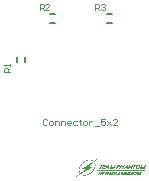
<source format=gto>
G04*
G04 #@! TF.GenerationSoftware,Altium Limited,Altium Designer,19.0.12 (326)*
G04*
G04 Layer_Color=65535*
%FSLAX25Y25*%
%MOIN*%
G70*
G01*
G75*
%ADD10C,0.00787*%
%ADD11C,0.00394*%
G36*
X129044Y106854D02*
X129063D01*
X129085Y106851D01*
X129119Y106849D01*
X129157Y106846D01*
X129201Y106840D01*
X129254Y106835D01*
X129310Y106826D01*
X129370Y106815D01*
X129437Y106801D01*
X129506Y106785D01*
X129576Y106765D01*
X129650Y106743D01*
X129725Y106718D01*
X129800Y106691D01*
X129875Y106657D01*
X129739Y106455D01*
X129733Y106458D01*
X129722Y106461D01*
X129700Y106469D01*
X129673Y106480D01*
X129636Y106491D01*
X129595Y106505D01*
X129548Y106519D01*
X129495Y106535D01*
X129437Y106549D01*
X129376Y106563D01*
X129310Y106577D01*
X129243Y106591D01*
X129099Y106610D01*
X129027Y106619D01*
X128952Y106621D01*
X128847D01*
X128805Y106619D01*
X128756D01*
X128700Y106613D01*
X128642Y106610D01*
X128578Y106602D01*
X128509Y106597D01*
X128440Y106585D01*
X128290Y106558D01*
X128213Y106541D01*
X128135Y106522D01*
X128130D01*
X128116Y106516D01*
X128094Y106511D01*
X128063Y106500D01*
X128027Y106488D01*
X127983Y106475D01*
X127933Y106455D01*
X127877Y106436D01*
X127817Y106414D01*
X127753Y106389D01*
X127684Y106361D01*
X127614Y106331D01*
X127468Y106261D01*
X127315Y106181D01*
X127310Y106178D01*
X127296Y106170D01*
X127274Y106159D01*
X127246Y106139D01*
X127207Y106117D01*
X127166Y106089D01*
X127116Y106056D01*
X127060Y106020D01*
X127002Y105979D01*
X126938Y105934D01*
X126869Y105885D01*
X126800Y105832D01*
X126728Y105777D01*
X126653Y105716D01*
X126578Y105652D01*
X126501Y105585D01*
X126498Y105583D01*
X126487Y105572D01*
X126470Y105555D01*
X126448Y105530D01*
X126423Y105502D01*
X126390Y105466D01*
X126354Y105425D01*
X126315Y105380D01*
X126274Y105331D01*
X126229Y105275D01*
X126182Y105217D01*
X126135Y105153D01*
X126085Y105087D01*
X126035Y105018D01*
X125986Y104946D01*
X125936Y104871D01*
X125933Y104868D01*
X125925Y104854D01*
X125914Y104835D01*
X125897Y104807D01*
X125877Y104774D01*
X125858Y104735D01*
X125833Y104691D01*
X125805Y104638D01*
X125778Y104585D01*
X125750Y104525D01*
X125720Y104464D01*
X125692Y104397D01*
X125637Y104259D01*
X125587Y104114D01*
Y104109D01*
X125581Y104098D01*
X125576Y104076D01*
X125567Y104045D01*
X125559Y104009D01*
X125548Y103968D01*
X125537Y103918D01*
X125526Y103863D01*
X125515Y103802D01*
X125501Y103735D01*
X125490Y103663D01*
X125481Y103591D01*
X125470Y103511D01*
X125465Y103430D01*
X125454Y103261D01*
Y103259D01*
X125457Y103247D01*
X125459Y103231D01*
X125462Y103209D01*
X125468Y103181D01*
X125473Y103151D01*
X125481Y103112D01*
X125490Y103070D01*
X125504Y103023D01*
X125515Y102971D01*
X125531Y102918D01*
X125548Y102860D01*
X125567Y102799D01*
X125590Y102735D01*
X125642Y102602D01*
X125509Y102508D01*
X125404Y102533D01*
X125401Y102536D01*
X125396Y102547D01*
X125387Y102566D01*
X125379Y102588D01*
X125365Y102619D01*
X125351Y102655D01*
X125335Y102696D01*
X125321Y102746D01*
X125304Y102799D01*
X125290Y102854D01*
X125274Y102918D01*
X125263Y102984D01*
X125249Y103054D01*
X125241Y103128D01*
X125235Y103209D01*
X125232Y103289D01*
Y103295D01*
Y103306D01*
Y103328D01*
X125229Y103356D01*
Y103392D01*
X125232Y103433D01*
Y103480D01*
X125238Y103533D01*
X125241Y103591D01*
X125249Y103655D01*
X125257Y103721D01*
X125268Y103793D01*
X125282Y103868D01*
X125299Y103943D01*
X125318Y104023D01*
X125340Y104103D01*
X125343Y104109D01*
X125346Y104123D01*
X125354Y104148D01*
X125365Y104178D01*
X125382Y104217D01*
X125398Y104264D01*
X125420Y104317D01*
X125443Y104375D01*
X125470Y104439D01*
X125501Y104508D01*
X125537Y104580D01*
X125573Y104655D01*
X125614Y104732D01*
X125659Y104813D01*
X125709Y104893D01*
X125758Y104976D01*
X125761Y104982D01*
X125769Y104995D01*
X125783Y105015D01*
X125803Y105045D01*
X125828Y105078D01*
X125858Y105120D01*
X125891Y105167D01*
X125930Y105217D01*
X125975Y105270D01*
X126019Y105328D01*
X126072Y105386D01*
X126124Y105447D01*
X126182Y105508D01*
X126240Y105569D01*
X126304Y105630D01*
X126371Y105688D01*
X126376Y105693D01*
X126390Y105707D01*
X126412Y105729D01*
X126445Y105760D01*
X126484Y105796D01*
X126529Y105838D01*
X126581Y105885D01*
X126639Y105934D01*
X126703Y105990D01*
X126772Y106045D01*
X126844Y106103D01*
X126922Y106162D01*
X126999Y106220D01*
X127083Y106275D01*
X127166Y106331D01*
X127252Y106380D01*
X127257Y106383D01*
X127271Y106392D01*
X127296Y106405D01*
X127326Y106422D01*
X127368Y106441D01*
X127415Y106466D01*
X127468Y106491D01*
X127529Y106519D01*
X127592Y106549D01*
X127661Y106580D01*
X127736Y106610D01*
X127814Y106641D01*
X127891Y106668D01*
X127974Y106699D01*
X128058Y106724D01*
X128143Y106749D01*
X128149Y106752D01*
X128163Y106754D01*
X128188Y106760D01*
X128221Y106768D01*
X128262Y106776D01*
X128310Y106788D01*
X128365Y106799D01*
X128426Y106810D01*
X128492Y106818D01*
X128562Y106829D01*
X128637Y106837D01*
X128714Y106846D01*
X128877Y106854D01*
X128961Y106857D01*
X129044Y106854D01*
D02*
G37*
G36*
X140063Y103729D02*
X139694D01*
X139888Y104297D01*
X139351D01*
X139157Y103729D01*
X138910D01*
X138811Y103790D01*
X139282Y105178D01*
X139650D01*
X139462Y104630D01*
X139999D01*
X140187Y105178D01*
X140556D01*
X140063Y103729D01*
D02*
G37*
G36*
X142982D02*
X142636D01*
X142367Y104716D01*
X142032Y103729D01*
X141669D01*
X142162Y105178D01*
X142500D01*
X142786Y104214D01*
X143113Y105178D01*
X143475D01*
X142982Y103729D01*
D02*
G37*
G36*
X138811Y105175D02*
X138830D01*
X138849Y105173D01*
X138897Y105164D01*
X138949Y105150D01*
X138999Y105131D01*
X139046Y105103D01*
X139066Y105087D01*
X139082Y105067D01*
X139085Y105062D01*
X139093Y105048D01*
X139104Y105020D01*
X139115Y104984D01*
X139124Y104940D01*
Y104885D01*
X139121Y104851D01*
X139115Y104818D01*
X139107Y104782D01*
X139096Y104743D01*
Y104741D01*
X139093Y104732D01*
X139088Y104721D01*
X139082Y104704D01*
X139071Y104685D01*
X139060Y104663D01*
X139032Y104610D01*
X138994Y104552D01*
X138944Y104491D01*
X138916Y104461D01*
X138885Y104430D01*
X138849Y104403D01*
X138813Y104375D01*
X138811Y104372D01*
X138805Y104369D01*
X138791Y104361D01*
X138775Y104353D01*
X138755Y104342D01*
X138728Y104328D01*
X138700Y104314D01*
X138664Y104300D01*
X138625Y104283D01*
X138581Y104270D01*
X138534Y104253D01*
X138481Y104239D01*
X138426Y104225D01*
X138365Y104211D01*
X138301Y104200D01*
X138232Y104189D01*
X138301Y104519D01*
X138304D01*
X138309Y104522D01*
X138320D01*
X138337Y104527D01*
X138354Y104530D01*
X138373Y104533D01*
X138420Y104544D01*
X138470Y104558D01*
X138520Y104572D01*
X138564Y104588D01*
X138586Y104599D01*
X138603Y104608D01*
X138606Y104610D01*
X138617Y104616D01*
X138631Y104630D01*
X138650Y104644D01*
X138667Y104663D01*
X138686Y104685D01*
X138703Y104710D01*
X138714Y104738D01*
Y104741D01*
X138716Y104746D01*
X138719Y104757D01*
X138722Y104771D01*
Y104796D01*
Y104807D01*
X138716Y104818D01*
X138714Y104821D01*
X138703Y104829D01*
X138692Y104835D01*
X138681Y104838D01*
X138664Y104840D01*
X138373D01*
X137996Y103729D01*
X137750D01*
X137647Y103790D01*
X138118Y105178D01*
X138797D01*
X138811Y105175D01*
D02*
G37*
G36*
X147176Y103729D02*
X146830D01*
X147143Y104652D01*
X146564Y103729D01*
X146276D01*
X146320Y104652D01*
X146007Y103729D01*
X145661D01*
X146154Y105178D01*
X146506D01*
X146575Y104173D01*
X147320Y105178D01*
X147666D01*
X147176Y103729D01*
D02*
G37*
G36*
X137049D02*
X136700D01*
X137013Y104652D01*
X136440Y103729D01*
X136146D01*
X136196Y104652D01*
X135883Y103729D01*
X135653D01*
X135550Y103790D01*
X136024Y105178D01*
X136381D01*
X136445Y104173D01*
X137196Y105178D01*
X137542D01*
X137049Y103729D01*
D02*
G37*
G36*
X135492D02*
X135121D01*
X135093Y104092D01*
X134634D01*
X134844Y104422D01*
X135096D01*
X135082Y104807D01*
X134315Y103729D01*
X133969D01*
X133973Y103743D01*
X133963Y103729D01*
X132924D01*
X133417Y105178D01*
X134451D01*
X134431Y105120D01*
X134337Y104849D01*
X133672D01*
X133598Y104630D01*
X134235D01*
X134121Y104292D01*
X133478D01*
X133401Y104062D01*
X134082D01*
X133973Y103743D01*
X135041Y105178D01*
X135384D01*
X135492Y103729D01*
D02*
G37*
G36*
X144600Y105120D02*
X144509Y104849D01*
X144129D01*
X143750Y103729D01*
X143381D01*
X143761Y104849D01*
X143378D01*
X143492Y105178D01*
X144619D01*
X144600Y105120D01*
D02*
G37*
G36*
X141630Y103729D02*
X141268D01*
X141234Y104092D01*
X140775D01*
X140991Y104422D01*
X141240D01*
X141221Y104807D01*
X140489Y103779D01*
X140453Y103760D01*
X140102Y103729D01*
X141179Y105178D01*
X141525D01*
X141630Y103729D01*
D02*
G37*
G36*
X133381Y105120D02*
X133290Y104849D01*
X132905D01*
X132526Y103729D01*
X132157D01*
X132537Y104849D01*
X132154D01*
X132268Y105178D01*
X133401D01*
X133381Y105120D01*
D02*
G37*
G36*
X145384Y105186D02*
X145412Y105184D01*
X145445Y105178D01*
X145481Y105173D01*
X145520Y105164D01*
X145558Y105156D01*
X145597Y105142D01*
X145639Y105128D01*
X145677Y105109D01*
X145713Y105087D01*
X145747Y105062D01*
X145774Y105031D01*
X145799Y104998D01*
Y104995D01*
X145805Y104990D01*
X145810Y104979D01*
X145816Y104962D01*
X145822Y104943D01*
X145830Y104921D01*
X145835Y104890D01*
X145844Y104860D01*
X145846Y104824D01*
X145849Y104782D01*
Y104738D01*
X145846Y104688D01*
X145841Y104635D01*
X145830Y104577D01*
X145813Y104516D01*
X145794Y104450D01*
Y104447D01*
X145788Y104433D01*
X145780Y104417D01*
X145772Y104392D01*
X145758Y104361D01*
X145741Y104328D01*
X145725Y104289D01*
X145702Y104247D01*
X145677Y104203D01*
X145650Y104159D01*
X145622Y104114D01*
X145589Y104070D01*
X145553Y104023D01*
X145514Y103982D01*
X145473Y103940D01*
X145428Y103904D01*
X145425Y103901D01*
X145417Y103896D01*
X145403Y103887D01*
X145384Y103876D01*
X145362Y103860D01*
X145331Y103846D01*
X145298Y103829D01*
X145262Y103813D01*
X145220Y103793D01*
X145173Y103777D01*
X145124Y103763D01*
X145071Y103749D01*
X145013Y103735D01*
X144955Y103727D01*
X144891Y103721D01*
X144824Y103718D01*
X144791D01*
X144769Y103721D01*
X144741Y103724D01*
X144708Y103729D01*
X144675Y103735D01*
X144636Y103741D01*
X144558Y103763D01*
X144520Y103779D01*
X144481Y103796D01*
X144448Y103818D01*
X144414Y103843D01*
X144384Y103871D01*
X144359Y103904D01*
Y103907D01*
X144353Y103912D01*
X144348Y103923D01*
X144342Y103940D01*
X144337Y103959D01*
X144331Y103982D01*
X144323Y104009D01*
X144320Y104042D01*
X144317Y104078D01*
Y104120D01*
X144320Y104164D01*
X144328Y104211D01*
X144340Y104264D01*
X144353Y104322D01*
X144376Y104383D01*
X144403Y104447D01*
X144342Y104450D01*
X144345Y104455D01*
X144348Y104466D01*
X144356Y104483D01*
X144365Y104508D01*
X144378Y104538D01*
X144395Y104574D01*
X144414Y104613D01*
X144434Y104655D01*
X144459Y104696D01*
X144486Y104743D01*
X144517Y104788D01*
X144553Y104832D01*
X144589Y104879D01*
X144628Y104921D01*
X144672Y104962D01*
X144716Y104998D01*
X144719Y105001D01*
X144727Y105007D01*
X144741Y105015D01*
X144761Y105029D01*
X144786Y105043D01*
X144816Y105059D01*
X144849Y105076D01*
X144888Y105095D01*
X144930Y105112D01*
X144977Y105128D01*
X145027Y105145D01*
X145079Y105159D01*
X145137Y105173D01*
X145198Y105181D01*
X145259Y105186D01*
X145326Y105189D01*
X145359D01*
X145384Y105186D01*
D02*
G37*
G36*
X147229Y103048D02*
X131246D01*
X131304Y103225D01*
X131406Y103253D01*
X147309Y103284D01*
X147229Y103048D01*
D02*
G37*
G36*
X139800Y102760D02*
X139822Y102757D01*
X139844Y102752D01*
X139891Y102738D01*
X139894D01*
X139902Y102732D01*
X139913Y102727D01*
X139930Y102718D01*
X139949Y102705D01*
X139969Y102688D01*
X139991Y102669D01*
X140013Y102644D01*
X139847Y102472D01*
X139844Y102475D01*
X139836Y102478D01*
X139822Y102483D01*
X139805Y102491D01*
X139769Y102505D01*
X139752Y102511D01*
X139736Y102516D01*
X139733D01*
X139730Y102519D01*
X139711Y102524D01*
X139689Y102530D01*
X139661Y102533D01*
X139653D01*
X139645Y102530D01*
X139633Y102527D01*
X139631D01*
X139625Y102524D01*
X139614Y102522D01*
X139603Y102514D01*
X139600Y102511D01*
X139597Y102505D01*
X139595Y102500D01*
X139592Y102494D01*
X139586Y102486D01*
Y102480D01*
X139584Y102472D01*
X139586Y102469D01*
X139589Y102458D01*
X139592Y102455D01*
X139597Y102453D01*
X139600D01*
X139606Y102450D01*
X139617Y102447D01*
X139631Y102444D01*
X139633D01*
X139639Y102442D01*
X139658Y102436D01*
X139700D01*
X139708Y102433D01*
X139722D01*
X139736Y102428D01*
X139772Y102419D01*
X139808Y102403D01*
X139811D01*
X139813Y102397D01*
X139830Y102386D01*
X139849Y102367D01*
X139866Y102339D01*
Y102336D01*
X139869Y102331D01*
X139874Y102322D01*
X139877Y102311D01*
X139885Y102284D01*
X139888Y102250D01*
Y102248D01*
Y102242D01*
Y102234D01*
X139885Y102223D01*
X139883Y102192D01*
X139872Y102159D01*
Y102156D01*
X139869Y102153D01*
X139863Y102137D01*
X139852Y102112D01*
X139836Y102081D01*
X139813Y102048D01*
X139786Y102015D01*
X139752Y101982D01*
X139714Y101951D01*
X139708Y101948D01*
X139694Y101940D01*
X139672Y101929D01*
X139642Y101918D01*
X139603Y101904D01*
X139559Y101893D01*
X139509Y101885D01*
X139453Y101882D01*
X139437D01*
X139417Y101885D01*
X139395D01*
X139367Y101888D01*
X139340Y101893D01*
X139282Y101910D01*
X139279Y101912D01*
X139270Y101915D01*
X139257Y101924D01*
X139240Y101937D01*
X139221Y101954D01*
X139201Y101979D01*
X139179Y102007D01*
X139160Y102040D01*
X139340Y102192D01*
X139342Y102189D01*
X139351Y102184D01*
X139362Y102175D01*
X139378Y102164D01*
X139412Y102142D01*
X139428Y102131D01*
X139442Y102126D01*
X139445D01*
X139451Y102123D01*
X139459D01*
X139476Y102120D01*
X139495Y102117D01*
X139520D01*
X139553Y102115D01*
X139589D01*
X139572Y102101D01*
X139559Y102090D01*
X139556Y102087D01*
X139553Y102084D01*
X139592Y102115D01*
X139589D01*
X139606Y102126D01*
X139608Y102128D01*
X139617Y102134D01*
X139628Y102145D01*
X139636Y102159D01*
Y102162D01*
X139639Y102167D01*
Y102175D01*
X139636Y102184D01*
Y102187D01*
X139631Y102189D01*
X139620Y102195D01*
X139603Y102200D01*
X139572D01*
X139553Y102203D01*
X139548D01*
X139536Y102206D01*
X139523Y102211D01*
X139506Y102214D01*
X139498D01*
X139487Y102217D01*
X139473Y102220D01*
X139442Y102231D01*
X139412Y102245D01*
X139409D01*
X139406Y102250D01*
X139392Y102261D01*
X139376Y102278D01*
X139362Y102300D01*
Y102303D01*
X139356Y102308D01*
X139354Y102317D01*
X139348Y102328D01*
X139337Y102353D01*
X139334Y102369D01*
X139331Y102386D01*
Y102389D01*
Y102394D01*
X139334Y102403D01*
Y102417D01*
X139340Y102447D01*
X139351Y102486D01*
Y102489D01*
X139354Y102497D01*
X139359Y102508D01*
X139367Y102524D01*
X139384Y102561D01*
X139406Y102599D01*
X139409Y102602D01*
X139412Y102608D01*
X139420Y102619D01*
X139431Y102630D01*
X139448Y102644D01*
X139464Y102660D01*
X139484Y102674D01*
X139506Y102691D01*
X139509Y102693D01*
X139514Y102696D01*
X139525Y102702D01*
X139539Y102710D01*
X139556Y102718D01*
X139575Y102729D01*
X139620Y102743D01*
X139622D01*
X139631Y102746D01*
X139642Y102749D01*
X139658Y102754D01*
X139678Y102757D01*
X139703Y102760D01*
X139752Y102763D01*
X139780D01*
X139800Y102760D01*
D02*
G37*
G36*
X132249D02*
X132271Y102757D01*
X132296Y102752D01*
X132343Y102738D01*
X132345D01*
X132354Y102732D01*
X132365Y102727D01*
X132381Y102718D01*
X132401Y102705D01*
X132420Y102688D01*
X132442Y102669D01*
X132465Y102644D01*
X132298Y102472D01*
X132296Y102475D01*
X132287Y102478D01*
X132273Y102483D01*
X132257Y102491D01*
X132221Y102505D01*
X132204Y102511D01*
X132188Y102516D01*
X132185D01*
X132182Y102519D01*
X132166Y102522D01*
X132138Y102527D01*
X132107Y102533D01*
X132102D01*
X132096Y102530D01*
X132088Y102527D01*
X132085D01*
X132080Y102524D01*
X132069Y102522D01*
X132057Y102514D01*
X132055D01*
X132049Y102508D01*
X132044Y102502D01*
X132041Y102497D01*
X132035Y102486D01*
X132033Y102483D01*
Y102480D01*
X132035Y102472D01*
X132041Y102458D01*
X132044Y102455D01*
X132049Y102453D01*
X132052D01*
X132057Y102450D01*
X132069Y102447D01*
X132085Y102444D01*
X132088D01*
X132093Y102442D01*
X132110Y102436D01*
X132152D01*
X132160Y102433D01*
X132174D01*
X132188Y102428D01*
X132224Y102419D01*
X132260Y102403D01*
X132262D01*
X132265Y102400D01*
X132282Y102389D01*
X132298Y102375D01*
X132304Y102369D01*
X132309Y102364D01*
X132312Y102361D01*
X132315Y102353D01*
X132321Y102339D01*
X132326Y102325D01*
X132334Y102286D01*
X132340Y102267D01*
Y102250D01*
Y102248D01*
Y102242D01*
Y102234D01*
Y102225D01*
X132334Y102198D01*
X132329Y102173D01*
Y102170D01*
X132326Y102167D01*
X132323Y102159D01*
X132318Y102148D01*
X132304Y102120D01*
X132285Y102087D01*
X132260Y102051D01*
X132232Y102015D01*
X132199Y101982D01*
X132160Y101951D01*
X132154Y101948D01*
X132141Y101940D01*
X132118Y101929D01*
X132088Y101918D01*
X132049Y101904D01*
X132008Y101893D01*
X131958Y101885D01*
X131905Y101882D01*
X131888D01*
X131869Y101885D01*
X131847D01*
X131819Y101888D01*
X131791Y101893D01*
X131733Y101910D01*
X131731Y101912D01*
X131722Y101915D01*
X131708Y101924D01*
X131692Y101937D01*
X131672Y101954D01*
X131650Y101976D01*
X131628Y102004D01*
X131606Y102037D01*
X131797Y102192D01*
X131800Y102189D01*
X131808Y102184D01*
X131816Y102175D01*
X131830Y102164D01*
X131861Y102145D01*
X131877Y102134D01*
X131891Y102128D01*
X131894D01*
X131899Y102126D01*
X131911Y102123D01*
X131924D01*
X131947Y102120D01*
X131974Y102117D01*
X132008Y102115D01*
X132041D01*
X132024Y102101D01*
X132010Y102090D01*
X132008Y102087D01*
X132005Y102084D01*
X132046Y102115D01*
X132041D01*
X132057Y102126D01*
X132060Y102128D01*
X132069Y102134D01*
X132080Y102145D01*
X132088Y102159D01*
Y102162D01*
Y102167D01*
Y102175D01*
X132082Y102184D01*
Y102187D01*
X132077Y102189D01*
X132069Y102195D01*
X132055Y102200D01*
X132027D01*
X132010Y102203D01*
X132005D01*
X131994Y102206D01*
X131977Y102209D01*
X131958Y102214D01*
X131949D01*
X131938Y102217D01*
X131924Y102220D01*
X131894Y102231D01*
X131863Y102245D01*
X131861D01*
X131858Y102250D01*
X131844Y102261D01*
X131825Y102278D01*
X131808Y102300D01*
Y102303D01*
X131805Y102308D01*
X131800Y102317D01*
X131797Y102328D01*
X131786Y102358D01*
X131780Y102389D01*
Y102392D01*
Y102397D01*
Y102405D01*
Y102417D01*
X131786Y102447D01*
X131797Y102486D01*
Y102489D01*
X131803Y102497D01*
X131805Y102508D01*
X131814Y102524D01*
X131833Y102561D01*
X131858Y102599D01*
X131861Y102602D01*
X131866Y102608D01*
X131872Y102619D01*
X131883Y102630D01*
X131913Y102657D01*
X131949Y102685D01*
X131952Y102688D01*
X131960Y102691D01*
X131972Y102699D01*
X131985Y102707D01*
X132002Y102718D01*
X132024Y102727D01*
X132069Y102743D01*
X132071D01*
X132080Y102746D01*
X132093Y102749D01*
X132110Y102754D01*
X132129Y102757D01*
X132152Y102760D01*
X132199Y102763D01*
X132229D01*
X132249Y102760D01*
D02*
G37*
G36*
X146290D02*
X146328Y102754D01*
X146367Y102743D01*
X146370D01*
X146376Y102741D01*
X146384Y102735D01*
X146395Y102729D01*
X146420Y102707D01*
X146445Y102680D01*
X146450Y102674D01*
X146461Y102657D01*
X146473Y102633D01*
X146484Y102599D01*
Y102597D01*
Y102591D01*
X146486Y102577D01*
Y102561D01*
X146484Y102536D01*
X146481Y102502D01*
X146473Y102466D01*
X146464Y102419D01*
X146229D01*
Y102422D01*
Y102430D01*
X146231Y102439D01*
Y102453D01*
Y102475D01*
Y102486D01*
Y102491D01*
Y102494D01*
Y102500D01*
X146229Y102505D01*
X146223Y102514D01*
Y102516D01*
X146218Y102519D01*
X146209Y102522D01*
X146195Y102527D01*
X146193D01*
X146187Y102530D01*
X146182Y102533D01*
X146176D01*
X146171Y102530D01*
X146162Y102527D01*
X146148Y102524D01*
X146135D01*
X146129Y102522D01*
X146124Y102516D01*
X146115Y102511D01*
X146112D01*
X146107Y102505D01*
X146088Y102494D01*
X146085Y102491D01*
X146076Y102483D01*
X146074Y102480D01*
X146068Y102466D01*
X146065Y102464D01*
X146060Y102453D01*
X146052Y102436D01*
X146040Y102414D01*
X146038Y102408D01*
X146035Y102403D01*
X146032Y102392D01*
X146029Y102381D01*
X146024Y102364D01*
X146018Y102347D01*
X146010Y102325D01*
Y102322D01*
X146007Y102314D01*
X146002Y102303D01*
X145999Y102289D01*
X145988Y102259D01*
X145982Y102242D01*
X145979Y102231D01*
Y102225D01*
X145977Y102214D01*
X145974Y102198D01*
X145971Y102178D01*
Y102175D01*
X145968Y102170D01*
X145966Y102164D01*
Y102159D01*
X145968Y102156D01*
X145971Y102148D01*
X145974Y102142D01*
X145982Y102134D01*
X145985D01*
X145988Y102131D01*
X145996Y102123D01*
X145999D01*
X146002Y102120D01*
X146010Y102115D01*
X146038D01*
X146052Y102117D01*
X146068Y102120D01*
X146088Y102128D01*
X146093Y102131D01*
X146099Y102137D01*
X146107Y102145D01*
X146118Y102156D01*
X146132Y102173D01*
X146148Y102192D01*
X146168Y102217D01*
X146398D01*
X146378Y102159D01*
X146376Y102156D01*
X146370Y102145D01*
X146359Y102131D01*
X146348Y102112D01*
X146317Y102070D01*
X146301Y102048D01*
X146284Y102029D01*
X146281Y102026D01*
X146276Y102020D01*
X146267Y102012D01*
X146254Y102001D01*
X146240Y101987D01*
X146220Y101973D01*
X146179Y101943D01*
X146176D01*
X146171Y101937D01*
X146160Y101935D01*
X146146Y101926D01*
X146112Y101912D01*
X146071Y101899D01*
X146068D01*
X146063Y101896D01*
X146049Y101893D01*
X146035Y101890D01*
X146018Y101888D01*
X145996Y101885D01*
X145952Y101882D01*
X145932D01*
X145921Y101885D01*
X145891Y101888D01*
X145860Y101893D01*
X145858D01*
X145855Y101896D01*
X145838Y101904D01*
X145816Y101915D01*
X145788Y101929D01*
Y101932D01*
X145783Y101935D01*
X145772Y101951D01*
X145755Y101968D01*
X145744Y101987D01*
X145741Y101990D01*
X145736Y102001D01*
X145730Y102018D01*
X145719Y102040D01*
Y102043D01*
Y102051D01*
X145716Y102073D01*
Y102076D01*
Y102081D01*
Y102084D01*
X145713Y102081D01*
Y102084D01*
Y102090D01*
Y102103D01*
Y102106D01*
X145716Y102117D01*
Y102126D01*
X145719Y102137D01*
Y102139D01*
X145722Y102153D01*
X145727Y102173D01*
X145736Y102203D01*
Y102206D01*
X145738Y102211D01*
X145741Y102223D01*
X145747Y102236D01*
X145752Y102256D01*
X145758Y102275D01*
X145774Y102325D01*
Y102328D01*
X145777Y102336D01*
X145783Y102350D01*
X145788Y102364D01*
X145802Y102400D01*
X145816Y102439D01*
Y102442D01*
X145819Y102447D01*
X145827Y102466D01*
X145838Y102489D01*
X145846Y102508D01*
X145849Y102514D01*
X145852Y102524D01*
X145860Y102538D01*
X145871Y102555D01*
X145874Y102558D01*
X145882Y102569D01*
X145894Y102583D01*
X145907Y102599D01*
X145910Y102602D01*
X145924Y102616D01*
X145941Y102633D01*
X145966Y102655D01*
X145968Y102657D01*
X145971Y102660D01*
X145991Y102674D01*
X146013Y102691D01*
X146038Y102705D01*
X146040Y102707D01*
X146049Y102710D01*
X146063Y102716D01*
X146076Y102724D01*
X146115Y102741D01*
X146154Y102752D01*
X146157D01*
X146162Y102754D01*
X146173D01*
X146187Y102757D01*
X146218Y102760D01*
X146251Y102763D01*
X146276D01*
X146290Y102760D01*
D02*
G37*
G36*
X136714Y101888D02*
X136478D01*
X136563Y102135D01*
X136456Y101996D01*
X136279D01*
X136266Y102133D01*
X136182Y101888D01*
X135947D01*
X136221Y102699D01*
X136323Y102727D01*
X136451Y102757D01*
X136465Y102272D01*
X136800Y102757D01*
X137010D01*
X136714Y101888D01*
D02*
G37*
G36*
X137553Y102200D02*
Y102198D01*
X137550Y102189D01*
X137545Y102175D01*
X137537Y102159D01*
X137514Y102117D01*
X137484Y102073D01*
X137481Y102070D01*
X137476Y102062D01*
X137467Y102051D01*
X137453Y102037D01*
X137437Y102023D01*
X137420Y102004D01*
X137376Y101968D01*
X137373Y101965D01*
X137365Y101960D01*
X137354Y101954D01*
X137340Y101943D01*
X137320Y101932D01*
X137298Y101921D01*
X137251Y101901D01*
X137248D01*
X137240Y101899D01*
X137226Y101896D01*
X137210Y101893D01*
X137190Y101888D01*
X137165Y101885D01*
X137115Y101882D01*
X137091D01*
X137074Y101885D01*
X137035Y101890D01*
X136996Y101901D01*
X136994D01*
X136988Y101907D01*
X136980Y101910D01*
X136969Y101918D01*
X136941Y101940D01*
X136910Y101971D01*
Y101973D01*
X136905Y101979D01*
X136899Y101987D01*
X136894Y102001D01*
X136883Y102032D01*
X136874Y102070D01*
Y102073D01*
Y102081D01*
Y102092D01*
Y102109D01*
X136877Y102128D01*
X136880Y102151D01*
X136885Y102175D01*
X136894Y102200D01*
X137063Y102699D01*
X137165Y102727D01*
X137320Y102757D01*
X137138Y102217D01*
X137135Y102211D01*
X137132Y102200D01*
X137129Y102184D01*
X137127Y102167D01*
Y102164D01*
X137129Y102156D01*
X137132Y102148D01*
X137138Y102137D01*
X137140Y102134D01*
X137143Y102128D01*
X137149Y102123D01*
X137157Y102117D01*
X137165D01*
X137179Y102115D01*
X137223D01*
X137234Y102117D01*
X137237D01*
X137246Y102123D01*
X137262Y102134D01*
X137268Y102137D01*
X137276Y102145D01*
X137290Y102156D01*
X137301Y102167D01*
X137304Y102170D01*
X137309Y102181D01*
X137318Y102198D01*
X137323Y102217D01*
X137506Y102757D01*
X137744D01*
X137553Y102200D01*
D02*
G37*
G36*
X133656D02*
Y102198D01*
X133650Y102189D01*
X133645Y102175D01*
X133636Y102159D01*
X133614Y102117D01*
X133584Y102073D01*
X133581Y102070D01*
X133575Y102062D01*
X133567Y102051D01*
X133553Y102037D01*
X133539Y102023D01*
X133520Y102004D01*
X133478Y101968D01*
X133476Y101965D01*
X133467Y101960D01*
X133456Y101954D01*
X133440Y101943D01*
X133420Y101932D01*
X133398Y101921D01*
X133351Y101901D01*
X133348D01*
X133340Y101899D01*
X133326Y101896D01*
X133309Y101893D01*
X133290Y101888D01*
X133265Y101885D01*
X133215Y101882D01*
X133190D01*
X133174Y101885D01*
X133135Y101890D01*
X133096Y101901D01*
X133093D01*
X133088Y101907D01*
X133080Y101910D01*
X133069Y101918D01*
X133041Y101940D01*
X133010Y101971D01*
Y101973D01*
X133005Y101979D01*
X133002Y101987D01*
X132996Y102001D01*
X132983Y102032D01*
X132974Y102070D01*
Y102073D01*
Y102081D01*
Y102092D01*
Y102109D01*
X132977Y102128D01*
X132980Y102151D01*
X132985Y102175D01*
X132994Y102200D01*
X133163Y102699D01*
X133265Y102727D01*
X133420Y102757D01*
X133237Y102217D01*
X133235Y102211D01*
X133232Y102200D01*
X133229Y102184D01*
X133226Y102167D01*
Y102164D01*
X133229Y102156D01*
X133237Y102137D01*
X133240Y102134D01*
X133243Y102128D01*
X133248Y102123D01*
X133257Y102117D01*
X133268D01*
X133279Y102115D01*
X133323D01*
X133334Y102117D01*
X133337D01*
X133343Y102123D01*
X133354Y102128D01*
X133368Y102137D01*
X133370Y102139D01*
X133379Y102145D01*
X133390Y102156D01*
X133401Y102167D01*
X133404Y102170D01*
X133409Y102181D01*
X133417Y102198D01*
X133423Y102217D01*
X133609Y102757D01*
X133844D01*
X133656Y102200D01*
D02*
G37*
G36*
X145564Y101888D02*
X145326D01*
X145622Y102757D01*
X145858D01*
X145564Y101888D01*
D02*
G37*
G36*
X145312Y102754D02*
X145345Y102752D01*
X145378Y102741D01*
X145381D01*
X145387Y102738D01*
X145395Y102735D01*
X145406Y102727D01*
X145417Y102718D01*
X145431Y102707D01*
X145448Y102693D01*
X145464Y102677D01*
X145467Y102674D01*
X145473Y102660D01*
X145478Y102652D01*
X145481Y102638D01*
X145486Y102624D01*
X145489Y102605D01*
Y102602D01*
Y102597D01*
X145492Y102585D01*
Y102572D01*
X145489Y102555D01*
X145486Y102536D01*
X145484Y102514D01*
X145475Y102491D01*
X145473Y102486D01*
X145470Y102475D01*
X145461Y102455D01*
X145450Y102433D01*
X145434Y102408D01*
X145417Y102381D01*
X145395Y102353D01*
X145370Y102325D01*
X145367Y102322D01*
X145359Y102314D01*
X145345Y102303D01*
X145328Y102292D01*
X145290Y102264D01*
X145270Y102253D01*
X145251Y102248D01*
X145298Y101888D01*
X145068D01*
X145016Y102206D01*
X144974D01*
X144863Y101888D01*
X144628D01*
X144905Y102699D01*
X145004Y102727D01*
X145276Y102757D01*
X145298D01*
X145312Y102754D01*
D02*
G37*
G36*
X144043Y102760D02*
X144079Y102754D01*
X144118Y102743D01*
X144121D01*
X144126Y102741D01*
X144137Y102735D01*
X144149Y102729D01*
X144176Y102710D01*
X144190Y102696D01*
X144201Y102680D01*
Y102677D01*
X144207Y102674D01*
X144215Y102657D01*
X144224Y102639D01*
X144265Y102757D01*
X144913D01*
X144841Y102538D01*
X144633D01*
X144412Y101888D01*
X144176D01*
X144404Y102559D01*
X144235Y102543D01*
X144237Y102558D01*
Y102574D01*
Y102588D01*
Y102594D01*
Y102597D01*
X144229Y102630D01*
X144224Y102639D01*
X144190Y102538D01*
X144235Y102543D01*
X144234Y102533D01*
X144232Y102502D01*
X144226Y102464D01*
X144215Y102419D01*
X143985D01*
Y102422D01*
Y102428D01*
X143988Y102439D01*
Y102450D01*
Y102472D01*
Y102483D01*
X143985Y102489D01*
Y102491D01*
X143982Y102497D01*
X143971Y102516D01*
X143968Y102519D01*
X143960Y102524D01*
X143949Y102527D01*
X143946D01*
X143941Y102530D01*
X143935Y102533D01*
X143930D01*
X143924Y102530D01*
X143913Y102527D01*
X143902Y102524D01*
X143885D01*
X143880Y102519D01*
X143860Y102508D01*
X143858D01*
X143855Y102505D01*
X143838Y102494D01*
X143835Y102491D01*
X143833Y102489D01*
X143827Y102480D01*
Y102478D01*
X143824Y102475D01*
X143819Y102466D01*
X143810Y102455D01*
X143808Y102447D01*
X143802Y102436D01*
X143799Y102425D01*
X143794Y102414D01*
Y102411D01*
X143791Y102408D01*
X143788Y102400D01*
X143786Y102389D01*
X143777Y102361D01*
X143763Y102325D01*
Y102322D01*
X143761Y102317D01*
X143758Y102306D01*
X143752Y102292D01*
X143741Y102261D01*
X143733Y102234D01*
X143730Y102228D01*
X143727Y102214D01*
X143722Y102198D01*
X143719Y102181D01*
Y102175D01*
Y102162D01*
Y102159D01*
Y102156D01*
Y102151D01*
X143722Y102148D01*
X143725Y102142D01*
X143730Y102134D01*
X143736Y102131D01*
X143744Y102128D01*
X143755Y102123D01*
X143758Y102120D01*
X143761Y102117D01*
X143763Y102115D01*
X143791D01*
X143802Y102117D01*
X143822Y102120D01*
X143841Y102128D01*
X143846Y102131D01*
X143852Y102137D01*
X143863Y102145D01*
X143874Y102156D01*
X143888Y102173D01*
X143905Y102192D01*
X143924Y102217D01*
X144146D01*
X144126Y102159D01*
X144123Y102156D01*
X144118Y102145D01*
X144110Y102131D01*
X144099Y102112D01*
X144071Y102070D01*
X144054Y102048D01*
X144038Y102029D01*
X144035Y102026D01*
X144029Y102020D01*
X144021Y102012D01*
X144007Y102001D01*
X143977Y101973D01*
X143938Y101948D01*
X143935D01*
X143927Y101943D01*
X143916Y101937D01*
X143899Y101929D01*
X143863Y101912D01*
X143819Y101899D01*
X143816D01*
X143810Y101896D01*
X143799Y101893D01*
X143786Y101890D01*
X143750Y101885D01*
X143708Y101882D01*
X143689D01*
X143675Y101885D01*
X143642Y101888D01*
X143611Y101893D01*
X143608D01*
X143605Y101896D01*
X143589Y101904D01*
X143564Y101915D01*
X143539Y101935D01*
X143536Y101940D01*
X143525Y101951D01*
X143511Y101968D01*
X143498Y101984D01*
X143495Y101990D01*
X143486Y102001D01*
X143475Y102023D01*
X143464Y102051D01*
Y102054D01*
Y102059D01*
Y102073D01*
Y102076D01*
Y102079D01*
X143462Y102081D01*
Y102084D01*
Y102090D01*
X143464Y102103D01*
Y102106D01*
X143467Y102117D01*
Y102126D01*
X143470Y102137D01*
Y102142D01*
X143473Y102153D01*
X143478Y102175D01*
X143489Y102206D01*
Y102209D01*
X143492Y102214D01*
X143495Y102225D01*
X143500Y102239D01*
X143506Y102256D01*
X143511Y102278D01*
X143528Y102325D01*
Y102328D01*
X143531Y102336D01*
X143536Y102347D01*
X143542Y102364D01*
X143553Y102400D01*
X143567Y102436D01*
Y102439D01*
X143570Y102444D01*
X143572Y102453D01*
X143578Y102464D01*
X143586Y102489D01*
X143597Y102511D01*
X143600Y102514D01*
X143605Y102522D01*
X143614Y102536D01*
X143622Y102550D01*
X143625Y102552D01*
X143633Y102563D01*
X143644Y102580D01*
X143655Y102599D01*
X143661Y102605D01*
X143675Y102616D01*
X143694Y102635D01*
X143722Y102657D01*
X143725Y102660D01*
X143730Y102663D01*
X143738Y102669D01*
X143747Y102677D01*
X143774Y102693D01*
X143805Y102710D01*
X143808Y102713D01*
X143813Y102716D01*
X143822Y102721D01*
X143835Y102727D01*
X143866Y102741D01*
X143902Y102752D01*
X143905D01*
X143910Y102754D01*
X143921D01*
X143935Y102757D01*
X143968Y102760D01*
X144007Y102763D01*
X144029D01*
X144043Y102760D01*
D02*
G37*
G36*
X143583Y102533D02*
X143218D01*
X143184Y102436D01*
X143498D01*
X143423Y102214D01*
X143107D01*
X143074Y102115D01*
X143442D01*
X143365Y101888D01*
X142761D01*
X143038Y102699D01*
X143137Y102727D01*
X143658Y102757D01*
X143583Y102533D01*
D02*
G37*
G36*
X142434Y102115D02*
X142799D01*
X142722Y101888D01*
X142118D01*
X142395Y102699D01*
X142498Y102727D01*
X142653Y102757D01*
X142434Y102115D01*
D02*
G37*
G36*
X142301Y102533D02*
X141935D01*
X141902Y102436D01*
X142215D01*
X142140Y102214D01*
X141824D01*
X141791Y102115D01*
X142160D01*
X142082Y101888D01*
X141478D01*
X141752Y102699D01*
X141855Y102727D01*
X142376Y102757D01*
X142301Y102533D01*
D02*
G37*
G36*
X141351D02*
X140985D01*
X140949Y102436D01*
X141265D01*
X141190Y102214D01*
X140874D01*
X140841Y102115D01*
X141207D01*
X141129Y101888D01*
X140528D01*
X140802Y102699D01*
X140905Y102727D01*
X141426Y102757D01*
X141351Y102533D01*
D02*
G37*
G36*
X140517Y101888D02*
X140293D01*
X140347Y102081D01*
X140093Y102054D01*
X139980Y101888D01*
X139755D01*
X140342Y102757D01*
X140520D01*
X140517Y101888D01*
D02*
G37*
G36*
X138852D02*
X138625D01*
X138682Y102081D01*
X138426Y102054D01*
X138312Y101888D01*
X138129D01*
X138172Y102012D01*
X138675Y102757D01*
X138855D01*
X138852Y101888D01*
D02*
G37*
G36*
X137836Y102115D02*
X138207D01*
X138172Y102012D01*
X138088Y101888D01*
X137525D01*
X137802Y102699D01*
X137905Y102727D01*
X138052Y102757D01*
X137836Y102115D01*
D02*
G37*
G36*
X135933Y102754D02*
X135963Y102752D01*
X135996Y102741D01*
X135999D01*
X136005Y102738D01*
X136013Y102735D01*
X136021Y102729D01*
X136049Y102716D01*
X136077Y102696D01*
X136080Y102693D01*
X136082Y102691D01*
X136088Y102682D01*
X136093Y102671D01*
X136104Y102644D01*
X136110Y102608D01*
Y102605D01*
Y102599D01*
Y102588D01*
Y102574D01*
Y102558D01*
Y102536D01*
X136102Y102489D01*
X136099Y102483D01*
X136096Y102472D01*
X136088Y102455D01*
X136077Y102433D01*
X136060Y102405D01*
X136044Y102378D01*
X136021Y102350D01*
X135996Y102325D01*
X135994Y102322D01*
X135985Y102314D01*
X135971Y102303D01*
X135955Y102292D01*
X135913Y102264D01*
X135891Y102253D01*
X135869Y102248D01*
X135924Y101888D01*
X135689D01*
X135642Y102206D01*
X135592D01*
X135484Y101888D01*
X135248D01*
X135542Y102757D01*
X135922D01*
X135933Y102754D01*
D02*
G37*
G36*
X134753Y102533D02*
X134387D01*
X134351Y102430D01*
X134667D01*
X134592Y102206D01*
X134276D01*
X134165Y101888D01*
X133930D01*
X134226Y102757D01*
X134827D01*
X134753Y102533D01*
D02*
G37*
G36*
X133105D02*
X132736D01*
X132703Y102430D01*
X133016D01*
X132941Y102206D01*
X132625D01*
X132517Y101888D01*
X132282D01*
X132575Y102757D01*
X133179D01*
X133105Y102533D01*
D02*
G37*
G36*
X135215Y102757D02*
X135248Y102752D01*
X135251D01*
X135257Y102749D01*
X135265Y102746D01*
X135273Y102743D01*
X135298Y102729D01*
X135323Y102707D01*
X135326Y102705D01*
X135337Y102696D01*
X135348Y102680D01*
X135362Y102657D01*
Y102655D01*
X135365Y102652D01*
X135373Y102638D01*
X135381Y102619D01*
X135387Y102599D01*
Y102597D01*
X135390Y102585D01*
X135392Y102572D01*
Y102555D01*
Y102550D01*
Y102538D01*
Y102522D01*
X135390Y102502D01*
Y102500D01*
X135387Y102497D01*
X135384Y102489D01*
X135381Y102478D01*
X135373Y102450D01*
X135365Y102419D01*
Y102417D01*
X135362Y102411D01*
X135359Y102403D01*
X135356Y102392D01*
X135348Y102361D01*
X135334Y102325D01*
Y102322D01*
X135332Y102317D01*
X135326Y102306D01*
X135323Y102292D01*
X135309Y102259D01*
X135296Y102223D01*
Y102220D01*
X135293Y102214D01*
X135290Y102206D01*
X135287Y102198D01*
X135276Y102170D01*
X135268Y102139D01*
X135265Y102134D01*
X135257Y102123D01*
X135246Y102106D01*
X135232Y102087D01*
X135229Y102084D01*
X135221Y102073D01*
X135210Y102056D01*
X135196Y102043D01*
X135190Y102037D01*
X135179Y102023D01*
X135160Y102007D01*
X135135Y101987D01*
X135132D01*
X135129Y101982D01*
X135113Y101971D01*
X135088Y101954D01*
X135057Y101935D01*
X135055D01*
X135049Y101929D01*
X135038Y101926D01*
X135024Y101918D01*
X134994Y101904D01*
X134958Y101893D01*
X134955D01*
X134949Y101890D01*
X134941D01*
X134927Y101888D01*
X134894Y101885D01*
X134855Y101882D01*
X134836D01*
X134822Y101885D01*
X134789Y101888D01*
X134758Y101893D01*
X134755D01*
X134753Y101896D01*
X134733Y101904D01*
X134711Y101915D01*
X134683Y101935D01*
X134681Y101940D01*
X134669Y101951D01*
X134656Y101968D01*
X134642Y101987D01*
X134639Y101993D01*
X134634Y102004D01*
X134625Y102023D01*
X134620Y102045D01*
Y102048D01*
Y102054D01*
X134617Y102059D01*
Y102062D01*
Y102067D01*
X134614Y102073D01*
X134609Y102081D01*
X134611Y102084D01*
X134614Y102092D01*
X134617Y102103D01*
Y102109D01*
Y102115D01*
Y102120D01*
X134614Y102131D01*
Y102134D01*
X134617Y102137D01*
X134622Y102153D01*
X134628Y102178D01*
X134636Y102209D01*
Y102211D01*
X134639Y102217D01*
X134642Y102225D01*
X134647Y102239D01*
X134653Y102256D01*
X134658Y102278D01*
X134667Y102300D01*
X134675Y102325D01*
Y102328D01*
X134678Y102336D01*
X134683Y102347D01*
X134689Y102364D01*
X134700Y102400D01*
X134714Y102433D01*
Y102436D01*
X134717Y102442D01*
X134719Y102450D01*
X134725Y102458D01*
X134733Y102483D01*
X134742Y102508D01*
X134744Y102511D01*
X134750Y102522D01*
X134761Y102538D01*
X134772Y102555D01*
X134775Y102561D01*
X134783Y102569D01*
X134794Y102585D01*
X134811Y102599D01*
X134814Y102605D01*
X134825Y102616D01*
X134844Y102635D01*
X134869Y102657D01*
X134872Y102660D01*
X134877Y102663D01*
X134886Y102669D01*
X134894Y102677D01*
X134922Y102693D01*
X134952Y102710D01*
X134955Y102713D01*
X134960Y102716D01*
X134969Y102721D01*
X134983Y102727D01*
X135013Y102741D01*
X135049Y102752D01*
X135052D01*
X135057Y102754D01*
X135068D01*
X135082Y102757D01*
X135116Y102760D01*
X135154Y102763D01*
X135185D01*
X135215Y102757D01*
D02*
G37*
G36*
X130609Y105973D02*
X130614Y105959D01*
X130625Y105940D01*
X130639Y105915D01*
X130656Y105882D01*
X130675Y105840D01*
X130695Y105796D01*
X130717Y105746D01*
X130736Y105691D01*
X130758Y105630D01*
X130778Y105566D01*
X130797Y105499D01*
X130814Y105428D01*
X130827Y105356D01*
X130839Y105281D01*
X130847Y105203D01*
Y105198D01*
Y105184D01*
X130850Y105162D01*
Y105131D01*
Y105092D01*
Y105048D01*
X130847Y104998D01*
X130844Y104940D01*
X130841Y104879D01*
X130833Y104810D01*
X130825Y104741D01*
X130816Y104666D01*
X130803Y104585D01*
X130786Y104505D01*
X130767Y104422D01*
X130744Y104339D01*
X130742Y104333D01*
X130739Y104320D01*
X130731Y104295D01*
X130719Y104261D01*
X130706Y104220D01*
X130689Y104173D01*
X130667Y104117D01*
X130645Y104056D01*
X130617Y103990D01*
X130587Y103921D01*
X130553Y103846D01*
X130517Y103771D01*
X130476Y103691D01*
X130431Y103610D01*
X130384Y103527D01*
X130334Y103444D01*
X130332Y103439D01*
X130321Y103425D01*
X130307Y103403D01*
X130285Y103369D01*
X130260Y103331D01*
X130226Y103286D01*
X130190Y103236D01*
X130149Y103178D01*
X130102Y103120D01*
X130049Y103056D01*
X129997Y102987D01*
X129938Y102921D01*
X129875Y102849D01*
X129811Y102779D01*
X129742Y102707D01*
X129670Y102638D01*
X129664Y102635D01*
X129653Y102621D01*
X129631Y102602D01*
X129603Y102577D01*
X129564Y102544D01*
X129523Y102508D01*
X129473Y102466D01*
X129418Y102422D01*
X129357Y102372D01*
X129290Y102322D01*
X129221Y102270D01*
X129146Y102217D01*
X129069Y102164D01*
X128988Y102112D01*
X128816Y102009D01*
X128811Y102007D01*
X128794Y101998D01*
X128769Y101984D01*
X128736Y101968D01*
X128695Y101946D01*
X128645Y101921D01*
X128587Y101893D01*
X128523Y101865D01*
X128456Y101835D01*
X128382Y101802D01*
X128304Y101771D01*
X128221Y101741D01*
X128138Y101710D01*
X128049Y101680D01*
X127961Y101655D01*
X127872Y101630D01*
X127869D01*
X127864Y101627D01*
X127853Y101624D01*
X127839Y101621D01*
X127822Y101619D01*
X127800Y101613D01*
X127750Y101602D01*
X127695Y101591D01*
X127631Y101580D01*
X127565Y101569D01*
X127495Y101558D01*
X127487D01*
X127479Y101555D01*
X127465D01*
X127451Y101552D01*
X127431Y101549D01*
X127390Y101547D01*
X127343Y101541D01*
X127290Y101536D01*
X127240Y101533D01*
X127190D01*
X127171Y101563D01*
X127157D01*
X127141Y101561D01*
X127119D01*
X127094Y101558D01*
X127060D01*
X127027Y101555D01*
X126902D01*
X126808Y101561D01*
X126714Y101569D01*
X126620Y101585D01*
X126617D01*
X126609Y101588D01*
X126595Y101591D01*
X126578Y101597D01*
X126556Y101602D01*
X126531Y101608D01*
X126501Y101619D01*
X126470Y101627D01*
X126434Y101638D01*
X126398Y101652D01*
X126315Y101682D01*
X126229Y101721D01*
X126141Y101766D01*
X126285Y101968D01*
X126290Y101965D01*
X126301Y101960D01*
X126323Y101951D01*
X126351Y101940D01*
X126387Y101926D01*
X126432Y101912D01*
X126479Y101896D01*
X126531Y101879D01*
X126589Y101860D01*
X126650Y101843D01*
X126717Y101827D01*
X126786Y101813D01*
X126927Y101785D01*
X127002Y101777D01*
X127077Y101771D01*
X127116D01*
X127146Y101768D01*
X127182D01*
X127226Y101771D01*
X127274D01*
X127329Y101774D01*
X127390Y101777D01*
X127454Y101782D01*
X127520Y101790D01*
X127592Y101799D01*
X127742Y101824D01*
X127819Y101838D01*
X127897Y101857D01*
X127902D01*
X127916Y101863D01*
X127938Y101868D01*
X127969Y101879D01*
X128008Y101890D01*
X128055Y101904D01*
X128105Y101921D01*
X128163Y101943D01*
X128224Y101965D01*
X128290Y101990D01*
X128362Y102020D01*
X128437Y102051D01*
X128512Y102087D01*
X128589Y102123D01*
X128670Y102164D01*
X128750Y102209D01*
X128756Y102211D01*
X128769Y102220D01*
X128789Y102231D01*
X128819Y102248D01*
X128855Y102270D01*
X128897Y102295D01*
X128944Y102322D01*
X128994Y102356D01*
X129049Y102392D01*
X129107Y102430D01*
X129168Y102472D01*
X129232Y102516D01*
X129362Y102613D01*
X129490Y102718D01*
X129495Y102724D01*
X129506Y102738D01*
X129528Y102760D01*
X129556Y102788D01*
X129589Y102826D01*
X129631Y102868D01*
X129673Y102918D01*
X129722Y102973D01*
X129772Y103034D01*
X129825Y103098D01*
X129880Y103164D01*
X129936Y103236D01*
X130046Y103386D01*
X130099Y103464D01*
X130149Y103541D01*
X130152Y103547D01*
X130160Y103558D01*
X130171Y103580D01*
X130188Y103608D01*
X130207Y103641D01*
X130232Y103682D01*
X130257Y103729D01*
X130285Y103779D01*
X130312Y103838D01*
X130343Y103896D01*
X130370Y103959D01*
X130401Y104029D01*
X130456Y104167D01*
X130481Y104239D01*
X130503Y104314D01*
X130506Y104320D01*
X130509Y104331D01*
X130515Y104353D01*
X130520Y104383D01*
X130531Y104417D01*
X130540Y104461D01*
X130551Y104508D01*
X130559Y104560D01*
X130570Y104619D01*
X130578Y104680D01*
X130587Y104743D01*
X130595Y104813D01*
X130603Y104954D01*
Y105026D01*
X130600Y105098D01*
Y105103D01*
Y105114D01*
X130598Y105137D01*
X130595Y105162D01*
X130589Y105198D01*
X130584Y105236D01*
X130576Y105283D01*
X130567Y105333D01*
X130556Y105389D01*
X130542Y105447D01*
X130526Y105508D01*
X130506Y105572D01*
X130484Y105638D01*
X130462Y105704D01*
X130431Y105771D01*
X130401Y105840D01*
X130606Y105976D01*
X130609Y105973D01*
D02*
G37*
G36*
X131515Y107148D02*
X131512Y107142D01*
X131509Y107134D01*
X131506Y107123D01*
X131501Y107101D01*
X131498Y107092D01*
Y107087D01*
Y107084D01*
Y107078D01*
X131492Y107062D01*
X131490Y107048D01*
X131484Y107034D01*
X131479Y107031D01*
X131467Y107020D01*
X131445Y107004D01*
X131418Y106982D01*
X131381Y106951D01*
X131343Y106918D01*
X131296Y106879D01*
X131243Y106837D01*
X131188Y106793D01*
X131130Y106743D01*
X131066Y106693D01*
X130999Y106638D01*
X130864Y106527D01*
X130725Y106414D01*
X130719Y106411D01*
X130708Y106400D01*
X130689Y106383D01*
X130661Y106361D01*
X130628Y106336D01*
X130589Y106303D01*
X130542Y106267D01*
X130492Y106225D01*
X130440Y106184D01*
X130382Y106137D01*
X130321Y106087D01*
X130257Y106034D01*
X130124Y105926D01*
X129985Y105813D01*
X129983Y105810D01*
X129969Y105799D01*
X129949Y105782D01*
X129922Y105760D01*
X129888Y105735D01*
X129850Y105702D01*
X129805Y105666D01*
X129755Y105624D01*
X129700Y105583D01*
X129642Y105535D01*
X129581Y105486D01*
X129515Y105433D01*
X129382Y105325D01*
X129240Y105211D01*
X129235Y105209D01*
X129224Y105198D01*
X129204Y105181D01*
X129177Y105162D01*
X129143Y105134D01*
X129105Y105103D01*
X129060Y105067D01*
X129010Y105031D01*
X128958Y104990D01*
X128902Y104946D01*
X128783Y104857D01*
X128656Y104763D01*
X128528Y104674D01*
X128531D01*
X128540Y104671D01*
X128553Y104668D01*
X128573Y104663D01*
X128598Y104657D01*
X128625Y104649D01*
X128656Y104644D01*
X128692Y104632D01*
X128731Y104624D01*
X128772Y104613D01*
X128864Y104588D01*
X128963Y104560D01*
X129069Y104530D01*
X129071D01*
X129082Y104527D01*
X129096Y104522D01*
X129119Y104516D01*
X129146Y104508D01*
X129177Y104497D01*
X129213Y104486D01*
X129254Y104475D01*
X129298Y104461D01*
X129346Y104444D01*
X129398Y104428D01*
X129451Y104411D01*
X129567Y104372D01*
X129689Y104331D01*
X129683Y104325D01*
X129670Y104311D01*
X129648Y104292D01*
X129623Y104270D01*
X129595Y104245D01*
X129570Y104223D01*
X129545Y104203D01*
X129526Y104189D01*
X129523D01*
X129520Y104184D01*
X129512Y104181D01*
X129501Y104173D01*
X129473Y104156D01*
X129440Y104134D01*
X129437D01*
X129434Y104131D01*
X129423Y104126D01*
X129412Y104117D01*
X129398Y104109D01*
X129379Y104098D01*
X129359Y104087D01*
X129334Y104073D01*
X129310Y104056D01*
X129279Y104040D01*
X129213Y104001D01*
X129138Y103957D01*
X129052Y103910D01*
X128961Y103857D01*
X128858Y103799D01*
X128750Y103738D01*
X128637Y103677D01*
X128517Y103610D01*
X128393Y103544D01*
X128265Y103475D01*
X128135Y103405D01*
X128132D01*
X128130Y103403D01*
X128121Y103397D01*
X128107Y103389D01*
X128094Y103381D01*
X128077Y103369D01*
X128055Y103358D01*
X128033Y103345D01*
X127977Y103311D01*
X127913Y103272D01*
X127841Y103228D01*
X127761Y103178D01*
X127673Y103126D01*
X127578Y103070D01*
X127479Y103009D01*
X127376Y102948D01*
X127268Y102882D01*
X127157Y102818D01*
X126933Y102682D01*
X126930D01*
X126927Y102680D01*
X126916Y102674D01*
X126905Y102666D01*
X126891Y102657D01*
X126872Y102646D01*
X126853Y102635D01*
X126830Y102621D01*
X126775Y102588D01*
X126711Y102550D01*
X126637Y102505D01*
X126556Y102458D01*
X126468Y102405D01*
X126373Y102347D01*
X126274Y102289D01*
X126171Y102228D01*
X126063Y102162D01*
X125955Y102098D01*
X125731Y101962D01*
X125725Y101960D01*
X125717Y101954D01*
X125709Y101946D01*
X125681Y101926D01*
X125642Y101901D01*
X125595Y101871D01*
X125540Y101832D01*
X125473Y101788D01*
X125401Y101741D01*
X125321Y101688D01*
X125235Y101633D01*
X125141Y101572D01*
X125041Y101511D01*
X124936Y101444D01*
X124828Y101378D01*
X124714Y101311D01*
X124598Y101242D01*
X124595Y101239D01*
X124592Y101236D01*
X124581Y101231D01*
X124567Y101223D01*
X124545Y101212D01*
X124518Y101198D01*
X124515Y101195D01*
X124504Y101192D01*
X124490Y101187D01*
X124470Y101181D01*
X124451D01*
X124434Y101184D01*
X124420Y101195D01*
X124409Y101212D01*
Y101214D01*
X124412Y101225D01*
X124415Y101239D01*
X124418Y101259D01*
X124426Y101278D01*
X124437Y101297D01*
X124454Y101317D01*
X124473Y101333D01*
X124476Y101336D01*
X124484Y101339D01*
X124495Y101347D01*
X124509Y101356D01*
X124542Y101378D01*
X124578Y101400D01*
X124581Y101403D01*
X124592Y101411D01*
X124606Y101422D01*
X124628Y101439D01*
X124653Y101458D01*
X124684Y101483D01*
X124717Y101508D01*
X124756Y101538D01*
X124800Y101572D01*
X124844Y101608D01*
X124891Y101646D01*
X124944Y101685D01*
X125049Y101771D01*
X125163Y101860D01*
X125166Y101863D01*
X125177Y101871D01*
X125193Y101882D01*
X125215Y101901D01*
X125243Y101921D01*
X125274Y101948D01*
X125312Y101976D01*
X125351Y102009D01*
X125396Y102043D01*
X125445Y102081D01*
X125495Y102120D01*
X125548Y102162D01*
X125662Y102248D01*
X125778Y102339D01*
X125781Y102342D01*
X125792Y102350D01*
X125808Y102364D01*
X125833Y102381D01*
X125861Y102403D01*
X125894Y102430D01*
X125933Y102458D01*
X125975Y102491D01*
X126022Y102527D01*
X126072Y102566D01*
X126174Y102646D01*
X126287Y102732D01*
X126401Y102821D01*
X126404Y102824D01*
X126412Y102832D01*
X126426Y102843D01*
X126445Y102857D01*
X126470Y102876D01*
X126498Y102901D01*
X126531Y102926D01*
X126567Y102957D01*
X126606Y102990D01*
X126650Y103023D01*
X126695Y103062D01*
X126745Y103101D01*
X126847Y103184D01*
X126955Y103270D01*
X126961Y103272D01*
X126974Y103286D01*
X126997Y103303D01*
X127027Y103325D01*
X127060Y103353D01*
X127099Y103383D01*
X127182Y103447D01*
X127188Y103450D01*
X127204Y103464D01*
X127226Y103480D01*
X127263Y103502D01*
X127301Y103530D01*
X127351Y103560D01*
X127404Y103591D01*
X127465Y103624D01*
X127393Y103608D01*
X127390D01*
X127382Y103610D01*
X127371Y103613D01*
X127351Y103616D01*
X127332Y103621D01*
X127304Y103627D01*
X127276Y103632D01*
X127246Y103641D01*
X127177Y103657D01*
X127102Y103680D01*
X127022Y103705D01*
X126941Y103732D01*
X126938D01*
X126933Y103735D01*
X126919Y103741D01*
X126905Y103746D01*
X126883Y103754D01*
X126861Y103765D01*
X126833Y103777D01*
X126803Y103788D01*
X126769Y103802D01*
X126731Y103818D01*
X126650Y103854D01*
X126559Y103896D01*
X126462Y103940D01*
X126465Y103943D01*
X126470Y103946D01*
X126479Y103951D01*
X126493Y103959D01*
X126509Y103973D01*
X126529Y103984D01*
X126551Y104001D01*
X126576Y104018D01*
X126603Y104037D01*
X126637Y104059D01*
X126706Y104106D01*
X126786Y104162D01*
X126872Y104220D01*
X126966Y104283D01*
X127069Y104353D01*
X127174Y104422D01*
X127285Y104494D01*
X127395Y104569D01*
X127512Y104644D01*
X127742Y104793D01*
X127744D01*
X127750Y104799D01*
X127758Y104804D01*
X127769Y104810D01*
X127783Y104821D01*
X127803Y104832D01*
X127825Y104846D01*
X127847Y104860D01*
X127902Y104896D01*
X127969Y104937D01*
X128044Y104984D01*
X128127Y105037D01*
X128215Y105092D01*
X128312Y105153D01*
X128412Y105220D01*
X128517Y105286D01*
X128628Y105356D01*
X128739Y105428D01*
X128966Y105574D01*
X128969D01*
X128974Y105580D01*
X128983Y105585D01*
X128994Y105591D01*
X129008Y105602D01*
X129027Y105613D01*
X129046Y105627D01*
X129071Y105641D01*
X129127Y105677D01*
X129193Y105718D01*
X129265Y105768D01*
X129348Y105821D01*
X129437Y105876D01*
X129534Y105937D01*
X129634Y106004D01*
X129739Y106070D01*
X129850Y106139D01*
X129961Y106211D01*
X130188Y106356D01*
X130190D01*
X130196Y106361D01*
X130204Y106367D01*
X130215Y106372D01*
X130229Y106383D01*
X130249Y106394D01*
X130271Y106408D01*
X130293Y106422D01*
X130321Y106439D01*
X130351Y106458D01*
X130418Y106500D01*
X130495Y106549D01*
X130581Y106602D01*
X130675Y106660D01*
X130778Y106721D01*
X130888Y106788D01*
X131005Y106857D01*
X131124Y106926D01*
X131251Y107001D01*
X131381Y107076D01*
X131515Y107150D01*
Y107148D01*
D02*
G37*
%LPC*%
G36*
X145240Y104854D02*
X145193D01*
X145179Y104851D01*
X145165D01*
X145148Y104849D01*
X145107Y104843D01*
X145060Y104829D01*
X145010Y104813D01*
X144960Y104790D01*
X144913Y104757D01*
X144907Y104752D01*
X144894Y104741D01*
X144871Y104716D01*
X144844Y104685D01*
X144816Y104641D01*
X144783Y104591D01*
X144752Y104527D01*
X144725Y104455D01*
Y104453D01*
X144722Y104447D01*
X144719Y104436D01*
X144714Y104422D01*
X144711Y104405D01*
X144705Y104383D01*
X144694Y104339D01*
X144689Y104289D01*
X144686Y104239D01*
X144691Y104189D01*
X144697Y104167D01*
X144705Y104148D01*
X144708Y104145D01*
X144716Y104134D01*
X144733Y104117D01*
X144755Y104101D01*
X144786Y104081D01*
X144827Y104067D01*
X144877Y104056D01*
X144907Y104051D01*
X144955D01*
X144966Y104054D01*
X144999Y104056D01*
X145038Y104062D01*
X145085Y104076D01*
X145132Y104092D01*
X145182Y104114D01*
X145226Y104148D01*
X145229D01*
X145231Y104153D01*
X145245Y104167D01*
X145268Y104189D01*
X145295Y104223D01*
X145326Y104267D01*
X145356Y104320D01*
X145387Y104383D01*
X145414Y104455D01*
Y104458D01*
X145417Y104464D01*
X145420Y104475D01*
X145425Y104489D01*
X145428Y104505D01*
X145434Y104525D01*
X145445Y104569D01*
X145450Y104619D01*
X145453Y104668D01*
X145448Y104716D01*
X145442Y104738D01*
X145434Y104757D01*
X145431Y104763D01*
X145423Y104774D01*
X145409Y104788D01*
X145387Y104807D01*
X145356Y104824D01*
X145317Y104840D01*
X145268Y104851D01*
X145240Y104854D01*
D02*
G37*
G36*
X145223Y102538D02*
X145085D01*
X145041Y102407D01*
X145159Y102430D01*
X145184D01*
X145195Y102433D01*
X145198D01*
X145204Y102436D01*
X145209Y102442D01*
X145218Y102447D01*
X145220D01*
X145223Y102450D01*
X145231Y102461D01*
X145234Y102464D01*
X145237Y102469D01*
X145240Y102478D01*
X145245Y102491D01*
Y102494D01*
X145248Y102500D01*
Y102508D01*
Y102516D01*
Y102519D01*
Y102522D01*
X145245Y102530D01*
X145243Y102533D01*
X145240D01*
X145231Y102536D01*
X145229D01*
X145223Y102538D01*
D02*
G37*
G36*
X140437Y102275D02*
X140305D01*
X140295Y102217D01*
X140437Y102275D01*
D02*
G37*
G36*
X138772D02*
X138640D01*
X138631Y102217D01*
X138772Y102275D01*
D02*
G37*
G36*
X135844Y102538D02*
X135705D01*
X135659Y102406D01*
X135786Y102430D01*
X135808D01*
X135816Y102433D01*
X135819D01*
X135822Y102436D01*
X135833Y102442D01*
X135836Y102444D01*
X135841Y102450D01*
X135849Y102458D01*
X135858Y102464D01*
X135861Y102466D01*
X135863Y102472D01*
X135866Y102480D01*
X135872Y102491D01*
Y102494D01*
X135874Y102500D01*
Y102508D01*
Y102514D01*
Y102519D01*
X135869Y102522D01*
X135863Y102530D01*
X135861Y102533D01*
X135858D01*
X135849Y102536D01*
X135847D01*
X135844Y102538D01*
D02*
G37*
G36*
X135077Y102533D02*
X135074D01*
X135071Y102530D01*
X135063Y102527D01*
X135049Y102524D01*
X135032D01*
X135027Y102519D01*
X135013Y102511D01*
X135008Y102508D01*
X134999Y102500D01*
X134996Y102497D01*
X134991Y102494D01*
X134974Y102478D01*
Y102475D01*
X134971Y102472D01*
X134969Y102469D01*
X134966Y102466D01*
X134963Y102461D01*
Y102455D01*
X134960Y102450D01*
X134955Y102439D01*
X134949Y102425D01*
Y102422D01*
X134947Y102419D01*
X134944Y102408D01*
X134938Y102397D01*
X134933Y102383D01*
X134927Y102367D01*
X134911Y102325D01*
Y102322D01*
X134908Y102314D01*
X134902Y102303D01*
X134899Y102286D01*
X134888Y102253D01*
X134877Y102220D01*
Y102217D01*
Y102214D01*
X134872Y102200D01*
X134869Y102187D01*
X134866Y102181D01*
Y102178D01*
Y102175D01*
Y102173D01*
X134869Y102164D01*
Y102162D01*
X134872Y102159D01*
X134877Y102142D01*
X134880Y102137D01*
Y102131D01*
X134883D01*
X134891Y102128D01*
X134902Y102123D01*
X134905Y102120D01*
X134911Y102115D01*
X134958D01*
X134963Y102117D01*
X134969Y102123D01*
X134971Y102126D01*
X134983Y102128D01*
X134991Y102131D01*
X134996D01*
X134999Y102134D01*
X135005Y102142D01*
X135008Y102145D01*
X135013Y102151D01*
X135021Y102156D01*
X135030Y102164D01*
X135032Y102167D01*
X135035Y102170D01*
X135041Y102175D01*
X135044Y102181D01*
Y102184D01*
X135049Y102195D01*
X135055Y102211D01*
X135063Y102234D01*
Y102236D01*
X135066Y102242D01*
X135068Y102248D01*
X135074Y102259D01*
X135085Y102289D01*
X135099Y102325D01*
Y102328D01*
X135102Y102333D01*
X135104Y102342D01*
X135107Y102353D01*
X135116Y102381D01*
X135124Y102411D01*
Y102414D01*
X135127Y102417D01*
X135129Y102433D01*
X135135Y102450D01*
X135138Y102458D01*
X135140Y102464D01*
Y102466D01*
Y102472D01*
X135138Y102478D01*
Y102480D01*
X135135Y102486D01*
X135129Y102500D01*
Y102502D01*
X135127Y102505D01*
X135121Y102511D01*
X135118Y102514D01*
X135110Y102524D01*
X135093D01*
X135091Y102527D01*
X135077Y102533D01*
D02*
G37*
%LPD*%
D10*
X115748Y155315D02*
X117323D01*
X115748Y152559D02*
X117323D01*
X134646Y152559D02*
X136221D01*
X134646Y155315D02*
X136221D01*
X107283Y139370D02*
Y140945D01*
X104528Y139370D02*
Y140945D01*
D11*
X114698Y120078D02*
X114370Y120406D01*
X113714D01*
X113386Y120078D01*
Y118766D01*
X113714Y118438D01*
X114370D01*
X114698Y118766D01*
X115682Y118438D02*
X116338D01*
X116666Y118766D01*
Y119422D01*
X116338Y119750D01*
X115682D01*
X115354Y119422D01*
Y118766D01*
X115682Y118438D01*
X117322D02*
Y119750D01*
X118306D01*
X118633Y119422D01*
Y118438D01*
X119289D02*
Y119750D01*
X120273D01*
X120601Y119422D01*
Y118438D01*
X122241D02*
X121585D01*
X121257Y118766D01*
Y119422D01*
X121585Y119750D01*
X122241D01*
X122569Y119422D01*
Y119094D01*
X121257D01*
X124537Y119750D02*
X123553D01*
X123225Y119422D01*
Y118766D01*
X123553Y118438D01*
X124537D01*
X125521Y120078D02*
Y119750D01*
X125193D01*
X125849D01*
X125521D01*
Y118766D01*
X125849Y118438D01*
X127161D02*
X127817D01*
X128145Y118766D01*
Y119422D01*
X127817Y119750D01*
X127161D01*
X126833Y119422D01*
Y118766D01*
X127161Y118438D01*
X128801Y119750D02*
Y118438D01*
Y119094D01*
X129129Y119422D01*
X129457Y119750D01*
X129785D01*
X130769Y118110D02*
X132080D01*
X134048Y120406D02*
X132737D01*
Y119422D01*
X133392Y119750D01*
X133720D01*
X134048Y119422D01*
Y118766D01*
X133720Y118438D01*
X133064D01*
X132737Y118766D01*
X134704Y119750D02*
X136016Y118438D01*
X135360Y119094D01*
X136016Y119750D01*
X134704Y118438D01*
X137984D02*
X136672D01*
X137984Y119750D01*
Y120078D01*
X137656Y120406D01*
X137000D01*
X136672Y120078D01*
X130709Y156693D02*
Y158661D01*
X131693D01*
X132021Y158333D01*
Y157677D01*
X131693Y157349D01*
X130709D01*
X131365D02*
X132021Y156693D01*
X132676Y158333D02*
X133004Y158661D01*
X133660D01*
X133988Y158333D01*
Y158005D01*
X133660Y157677D01*
X133333D01*
X133660D01*
X133988Y157349D01*
Y157021D01*
X133660Y156693D01*
X133004D01*
X132676Y157021D01*
X112205Y156693D02*
Y158661D01*
X113189D01*
X113517Y158333D01*
Y157677D01*
X113189Y157349D01*
X112205D01*
X112861D02*
X113517Y156693D01*
X115484D02*
X114173D01*
X115484Y158005D01*
Y158333D01*
X115156Y158661D01*
X114501D01*
X114173Y158333D01*
X102362Y136221D02*
X100394D01*
Y137204D01*
X100722Y137532D01*
X101378D01*
X101706Y137204D01*
Y136221D01*
Y136876D02*
X102362Y137532D01*
Y138188D02*
Y138844D01*
Y138516D01*
X100394D01*
X100722Y138188D01*
M02*

</source>
